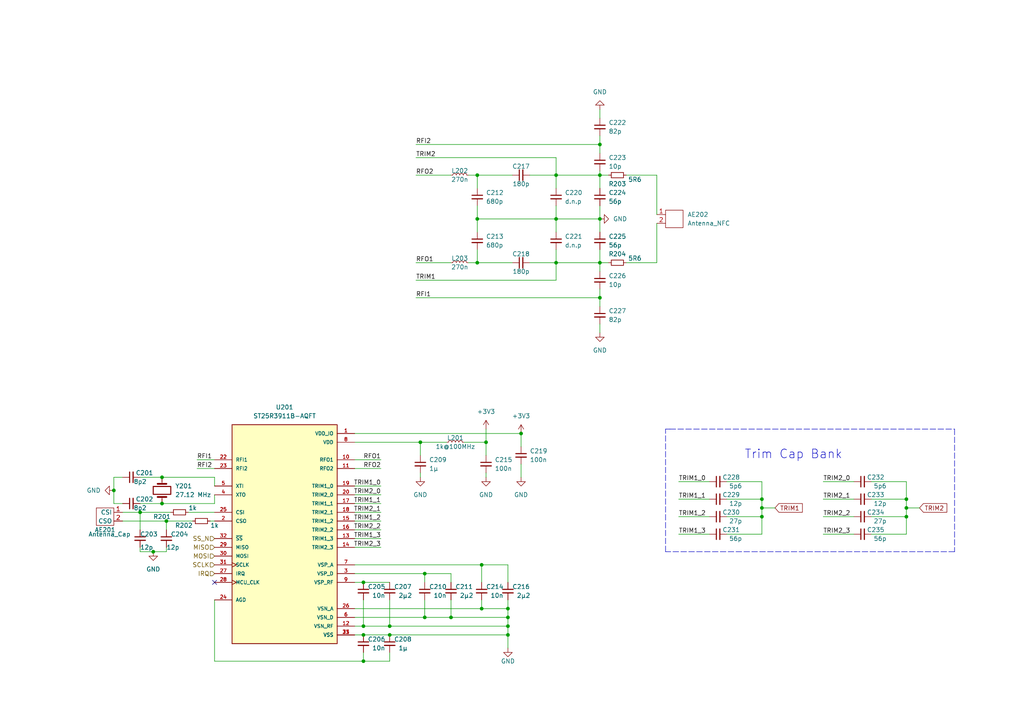
<source format=kicad_sch>
(kicad_sch (version 20211123) (generator eeschema)
  (paper "A4")
  (title_block (title "FabReader2") (date "2022-05-22") (rev "0.1") (company "RLKM UG (haftungsbeschränkt)") (comment 1 "Autoren: Joseph Langosch, Kai Kriegel"))
  (lib_symbols
    (symbol "Antenna_NFC:Antenna_Cap" (in_bom no)
      (property "Reference" "AE" (at 0 0 0))
      (property "Value" "Antenna_Cap" (at 0 2.54 0))
      (symbol "Antenna_Cap_0_1"
        (rectangle (start -1.27 -1.27) (end 3.81 -6.35))
      )
      (symbol "Antenna_Cap_1_1"
        (pin input line (at -3.81 -5.08 0) (length 2.54) (name "CSI") (number "1"))
        (pin input line (at -3.81 -2.54 0) (length 2.54) (name "CSO") (number "2"))
      )
    )
    (symbol "Antenna_NFC:Antenna_NFC" (in_bom no)
      (property "Reference" "AE" (at 0 0 0))
      (property "Value" "Antenna_NFC" (at 0 2.54 0))
      (symbol "Antenna_NFC_0_1"
        (rectangle (start 2.54 -7.62) (end -2.54 -2.54))
      )
      (symbol "Antenna_NFC_1_1"
        (pin input line (at -5.08 -3.81 0) (length 2.54) (name "") (number "1"))
        (pin input line (at -5.08 -6.35 0) (length 2.54) (name "") (number "2"))
      )
    )
    (symbol "Device:C_Small" (pin_numbers hide) (pin_names (offset 0.254) hide)
      (property "Reference" "C" (at 0.254 1.778 0))
      (property "Value" "C_Small" (at 0.254 -2.032 0))
      (symbol "C_Small_0_1"
        (polyline (pts (xy -1.524 -0.508) (xy 1.524 -0.508)) (stroke (width 0.3302)))
        (polyline (pts (xy -1.524 0.508) (xy 1.524 0.508)) (stroke (width 0.3048)))
      )
      (symbol "C_Small_1_1"
        (pin passive line (at 0 2.54 270) (length 2.032) (name "~") (number "1"))
        (pin passive line (at 0 -2.54 90) (length 2.032) (name "~") (number "2"))
      )
    )
    (symbol "Device:Crystal" (pin_numbers hide) (pin_names (offset 1.016) hide)
      (property "Reference" "Y" (at 0 3.81 0))
      (property "Value" "Crystal" (at 0 -3.81 0))
      (symbol "Crystal_0_1"
        (rectangle (start -1.143 2.54) (end 1.143 -2.54) (stroke (width 0.3048)))
        (polyline (pts (xy -2.54 0) (xy -1.905 0)))
        (polyline (pts (xy -1.905 -1.27) (xy -1.905 1.27)) (stroke (width 0.508)))
        (polyline (pts (xy 1.905 -1.27) (xy 1.905 1.27)) (stroke (width 0.508)))
        (polyline (pts (xy 2.54 0) (xy 1.905 0)))
      )
      (symbol "Crystal_1_1"
        (pin passive line (at -3.81 0 0) (length 1.27) (name "1") (number "1"))
        (pin passive line (at 3.81 0 180) (length 1.27) (name "2") (number "2"))
      )
    )
    (symbol "Device:L_Small" (pin_numbers hide) (pin_names (offset 0.254) hide)
      (property "Reference" "L" (at 0.762 1.016 0))
      (property "Value" "L_Small" (at 0.762 -1.016 0))
      (symbol "L_Small_0_1"
        (arc (start 0 -2.032) (mid 0.508 -1.524) (end 0 -1.016))
        (arc (start 0 -1.016) (mid 0.508 -0.508) (end 0 0))
        (arc (start 0 0) (mid 0.508 0.508) (end 0 1.016))
        (arc (start 0 1.016) (mid 0.508 1.524) (end 0 2.032))
      )
      (symbol "L_Small_1_1"
        (pin passive line (at 0 2.54 270) (length 0.508) (name "~") (number "1"))
        (pin passive line (at 0 -2.54 90) (length 0.508) (name "~") (number "2"))
      )
    )
    (symbol "Device:R_Small" (pin_numbers hide) (pin_names (offset 0.254) hide)
      (property "Reference" "R" (at 0.762 0.508 0))
      (property "Value" "R_Small" (at 0.762 -1.016 0))
      (symbol "R_Small_0_1"
        (rectangle (start -0.762 1.778) (end 0.762 -1.778) (stroke (width 0.2032)))
      )
      (symbol "R_Small_1_1"
        (pin passive line (at 0 2.54 270) (length 0.762) (name "~") (number "1"))
        (pin passive line (at 0 -2.54 90) (length 0.762) (name "~") (number "2"))
      )
    )
    (symbol "ST25R3911B-AQFT:ST25R3911B-AQFT" (pin_names (offset 1.016))
      (property "Reference" "U" (at -15.24 31.242 0))
      (property "Value" "ST25R3911B-AQFT" (at -15.24 -35.56 0))
      (symbol "ST25R3911B-AQFT_0_0"
        (rectangle (start -15.24 -33.02) (end 15.24 30.48) (stroke (width 0.254)) (fill (type background)))
        (pin power_in line (at 20.32 27.94 180) (length 5.08) (name "VDD_IO") (number "1"))
        (pin output line (at 20.32 20.32 180) (length 5.08) (name "RFO1") (number "10"))
        (pin output line (at 20.32 17.78 180) (length 5.08) (name "RFO2") (number "11"))
        (pin power_in line (at 20.32 -27.94 180) (length 5.08) (name "VSN_RF") (number "12"))
        (pin bidirectional line (at 20.32 -2.54 180) (length 5.08) (name "TRIM1_3") (number "13"))
        (pin bidirectional line (at 20.32 -5.08 180) (length 5.08) (name "TRIM2_3") (number "14"))
        (pin bidirectional line (at 20.32 2.54 180) (length 5.08) (name "TRIM1_2") (number "15"))
        (pin bidirectional line (at 20.32 0 180) (length 5.08) (name "TRIM2_2") (number "16"))
        (pin bidirectional line (at 20.32 7.62 180) (length 5.08) (name "TRIM1_1") (number "17"))
        (pin bidirectional line (at 20.32 5.08 180) (length 5.08) (name "TRIM2_1") (number "18"))
        (pin bidirectional line (at 20.32 12.7 180) (length 5.08) (name "TRIM1_0") (number "19"))
        (pin output line (at -20.32 2.54 0) (length 5.08) (name "CSO") (number "2"))
        (pin bidirectional line (at 20.32 10.16 180) (length 5.08) (name "TRIM2_0") (number "20"))
        (pin power_in line (at 20.32 -30.48 180) (length 5.08) (name "VSS") (number "21"))
        (pin input line (at -20.32 20.32 0) (length 5.08) (name "RFI1") (number "22"))
        (pin input line (at -20.32 17.78 0) (length 5.08) (name "RFI2") (number "23"))
        (pin bidirectional line (at -20.32 -20.32 0) (length 5.08) (name "AGD") (number "24"))
        (pin input line (at -20.32 5.08 0) (length 5.08) (name "CSI") (number "25"))
        (pin power_in line (at 20.32 -22.86 180) (length 5.08) (name "VSN_A") (number "26"))
        (pin output line (at -20.32 -12.7 0) (length 5.08) (name "IRQ") (number "27"))
        (pin output clock (at -20.32 -15.24 0) (length 5.08) (name "MCU_CLK") (number "28"))
        (pin output line (at -20.32 -5.08 0) (length 5.08) (name "MISO") (number "29"))
        (pin output line (at 20.32 -12.7 180) (length 5.08) (name "VSP_D") (number "3"))
        (pin input line (at -20.32 -7.62 0) (length 5.08) (name "MOSI") (number "30"))
        (pin input clock (at -20.32 -10.16 0) (length 5.08) (name "SCLK") (number "31"))
        (pin input line (at -20.32 -2.54 0) (length 5.08) (name "~{SS}") (number "32"))
        (pin power_in line (at 20.32 -30.48 180) (length 5.08) (name "VSS") (number "33"))
        (pin output line (at -20.32 10.16 0) (length 5.08) (name "XTO") (number "4"))
        (pin input line (at -20.32 12.7 0) (length 5.08) (name "XTI") (number "5"))
        (pin power_in line (at 20.32 -25.4 180) (length 5.08) (name "VSN_D") (number "6"))
        (pin output line (at 20.32 -10.16 180) (length 5.08) (name "VSP_A") (number "7"))
        (pin power_in line (at 20.32 25.4 180) (length 5.08) (name "VDD") (number "8"))
        (pin output line (at 20.32 -15.24 180) (length 5.08) (name "VSP_RF") (number "9"))
      )
    )
    (symbol "power:+3V3" (power) (pin_names (offset 0))
      (property "Value" "+3V3" (at 0 3.556 0))
      (symbol "+3V3_0_1"
        (polyline (pts (xy -0.762 1.27) (xy 0 2.54)))
        (polyline (pts (xy 0 0) (xy 0 2.54)))
        (polyline (pts (xy 0 2.54) (xy 0.762 1.27)))
      )
      (symbol "+3V3_1_1"
        (pin power_in line (at 0 0 90) (length 0) hide (name "+3V3") (number "1"))
      )
    )
    (symbol "power:GND" (power) (pin_names (offset 0))
      (property "Value" "GND" (at 0 -3.81 0))
      (symbol "GND_0_1"
        (polyline (pts (xy 0 0) (xy 0 -1.27) (xy 1.27 -1.27) (xy 0 -2.54) (xy -1.27 -1.27) (xy 0 -1.27)))
      )
      (symbol "GND_1_1"
        (pin power_in line (at 0 0 270) (length 0) hide (name "GND") (number "1"))
      )
    )
  )
  (junction (at 173.99 41.91))
  (junction (at 220.98 149.86))
  (junction (at 48.26 151.13))
  (junction (at 220.98 144.78))
  (junction (at 46.99 146.05))
  (junction (at 123.19 166.37))
  (junction (at 173.99 76.2))
  (junction (at 173.99 63.5))
  (junction (at 161.29 50.8))
  (junction (at 147.32 181.61))
  (junction (at 121.92 128.27))
  (junction (at 147.32 176.53))
  (junction (at 33.02 142.24))
  (junction (at 262.89 149.86))
  (junction (at 220.98 147.32))
  (junction (at 138.43 50.8))
  (junction (at 147.32 179.07))
  (junction (at 105.41 191.77))
  (junction (at 139.7 163.83))
  (junction (at 113.03 184.15))
  (junction (at 151.13 125.73))
  (junction (at 161.29 63.5))
  (junction (at 173.99 50.8))
  (junction (at 138.43 63.5))
  (junction (at 138.43 76.2))
  (junction (at 105.41 181.61))
  (junction (at 105.41 168.91))
  (junction (at 140.97 128.27))
  (junction (at 105.41 184.15))
  (junction (at 139.7 176.53))
  (junction (at 123.19 179.07))
  (junction (at 130.81 179.07))
  (junction (at 161.29 76.2))
  (junction (at 147.32 184.15))
  (junction (at 173.99 86.36))
  (junction (at 113.03 181.61))
  (junction (at 44.45 160.02))
  (junction (at 46.99 138.43))
  (junction (at 40.64 148.59))
  (junction (at 262.89 144.78))
  (junction (at 262.89 147.32))
  (no_connect (at 62.23 168.91))
  (wire (pts (xy 196.85 149.86) (xy 205.74 149.86)))
  (wire (pts (xy 54.61 148.59) (xy 62.23 148.59)))
  (wire (pts (xy 113.03 181.61) (xy 147.32 181.61)))
  (wire (pts (xy 262.89 144.78) (xy 262.89 139.7)))
  (wire (pts (xy 105.41 173.99) (xy 105.41 181.61)))
  (wire (pts (xy 210.82 149.86) (xy 220.98 149.86)))
  (wire (pts (xy 33.02 146.05) (xy 35.56 146.05)))
  (wire (pts (xy 110.49 146.05) (xy 102.87 146.05)))
  (wire (pts (xy 120.65 50.8) (xy 130.81 50.8)))
  (wire (pts (xy 161.29 76.2) (xy 173.99 76.2)))
  (wire (pts (xy 147.32 168.91) (xy 147.32 163.83)))
  (wire (pts (xy 238.76 149.86) (xy 247.65 149.86)))
  (wire (pts (xy 40.64 138.43) (xy 46.99 138.43)))
  (wire (pts (xy 110.49 156.21) (xy 102.87 156.21)))
  (wire (pts (xy 121.92 132.08) (xy 121.92 128.27)))
  (wire (pts (xy 130.81 179.07) (xy 147.32 179.07)))
  (wire (pts (xy 130.81 173.99) (xy 130.81 179.07)))
  (wire (pts (xy 173.99 39.37) (xy 173.99 41.91)))
  (wire (pts (xy 120.65 45.72) (xy 161.29 45.72)))
  (wire (pts (xy 138.43 76.2) (xy 148.59 76.2)))
  (wire (pts (xy 140.97 128.27) (xy 134.62 128.27)))
  (wire (pts (xy 220.98 147.32) (xy 224.79 147.32)))
  (wire (pts (xy 139.7 176.53) (xy 147.32 176.53)))
  (wire (pts (xy 35.56 148.59) (xy 40.64 148.59)))
  (wire (pts (xy 40.64 158.75) (xy 40.64 160.02)))
  (wire (pts (xy 102.87 168.91) (xy 105.41 168.91)))
  (wire (pts (xy 220.98 154.94) (xy 220.98 149.86)))
  (wire (pts (xy 147.32 173.99) (xy 147.32 176.53)))
  (wire (pts (xy 110.49 151.13) (xy 102.87 151.13)))
  (wire (pts (xy 151.13 134.62) (xy 151.13 138.43)))
  (wire (pts (xy 238.76 144.78) (xy 247.65 144.78)))
  (wire (pts (xy 138.43 63.5) (xy 161.29 63.5)))
  (wire (pts (xy 57.15 133.35) (xy 62.23 133.35)))
  (wire (pts (xy 252.73 154.94) (xy 262.89 154.94)))
  (wire (pts (xy 135.89 76.2) (xy 138.43 76.2)))
  (wire (pts (xy 33.02 138.43) (xy 35.56 138.43)))
  (wire (pts (xy 190.5 50.8) (xy 181.61 50.8)))
  (wire (pts (xy 153.67 50.8) (xy 161.29 50.8)))
  (wire (pts (xy 147.32 181.61) (xy 147.32 184.15)))
  (wire (pts (xy 140.97 132.08) (xy 140.97 128.27)))
  (wire (pts (xy 196.85 139.7) (xy 205.74 139.7)))
  (wire (pts (xy 151.13 129.54) (xy 151.13 125.73)))
  (wire (pts (xy 113.03 184.15) (xy 147.32 184.15)))
  (wire (pts (xy 138.43 50.8) (xy 138.43 54.61)))
  (wire (pts (xy 130.81 166.37) (xy 123.19 166.37)))
  (wire (pts (xy 161.29 50.8) (xy 161.29 54.61)))
  (wire (pts (xy 173.99 72.39) (xy 173.99 76.2)))
  (wire (pts (xy 190.5 64.77) (xy 190.5 76.2)))
  (wire (pts (xy 173.99 59.69) (xy 173.99 63.5)))
  (wire (pts (xy 123.19 179.07) (xy 130.81 179.07)))
  (wire (pts (xy 161.29 63.5) (xy 161.29 67.31)))
  (wire (pts (xy 113.03 191.77) (xy 105.41 191.77)))
  (wire (pts (xy 46.99 146.05) (xy 62.23 146.05)))
  (wire (pts (xy 262.89 154.94) (xy 262.89 149.86)))
  (wire (pts (xy 140.97 124.46) (xy 140.97 128.27)))
  (wire (pts (xy 48.26 151.13) (xy 55.88 151.13)))
  (wire (pts (xy 173.99 63.5) (xy 173.99 67.31)))
  (wire (pts (xy 102.87 179.07) (xy 123.19 179.07)))
  (wire (pts (xy 110.49 158.75) (xy 102.87 158.75)))
  (wire (pts (xy 130.81 168.91) (xy 130.81 166.37)))
  (wire (pts (xy 40.64 160.02) (xy 44.45 160.02)))
  (wire (pts (xy 173.99 50.8) (xy 173.99 49.53)))
  (wire (pts (xy 238.76 154.94) (xy 247.65 154.94)))
  (wire (pts (xy 140.97 137.16) (xy 140.97 138.43)))
  (wire (pts (xy 262.89 149.86) (xy 262.89 147.32)))
  (wire (pts (xy 102.87 176.53) (xy 139.7 176.53)))
  (wire (pts (xy 252.73 149.86) (xy 262.89 149.86)))
  (polyline (pts (xy 194.31 124.46) (xy 276.86 124.46)))
  (wire (pts (xy 173.99 50.8) (xy 173.99 54.61)))
  (polyline (pts (xy 276.86 160.02) (xy 193.04 160.02)))
  (polyline (pts (xy 276.86 124.46) (xy 276.86 160.02)))
  (wire (pts (xy 113.03 189.23) (xy 113.03 191.77)))
  (wire (pts (xy 262.89 139.7) (xy 252.73 139.7)))
  (wire (pts (xy 60.96 151.13) (xy 62.23 151.13)))
  (wire (pts (xy 176.53 76.2) (xy 173.99 76.2)))
  (wire (pts (xy 196.85 154.94) (xy 205.74 154.94)))
  (wire (pts (xy 173.99 86.36) (xy 173.99 88.9)))
  (wire (pts (xy 120.65 81.28) (xy 161.29 81.28)))
  (wire (pts (xy 102.87 184.15) (xy 105.41 184.15)))
  (wire (pts (xy 161.29 59.69) (xy 161.29 63.5)))
  (wire (pts (xy 105.41 181.61) (xy 113.03 181.61)))
  (wire (pts (xy 110.49 140.97) (xy 102.87 140.97)))
  (wire (pts (xy 161.29 76.2) (xy 161.29 81.28)))
  (wire (pts (xy 173.99 93.98) (xy 173.99 96.52)))
  (wire (pts (xy 238.76 139.7) (xy 247.65 139.7)))
  (wire (pts (xy 120.65 76.2) (xy 130.81 76.2)))
  (wire (pts (xy 62.23 191.77) (xy 62.23 173.99)))
  (wire (pts (xy 113.03 173.99) (xy 113.03 181.61)))
  (wire (pts (xy 40.64 148.59) (xy 40.64 153.67)))
  (wire (pts (xy 110.49 153.67) (xy 102.87 153.67)))
  (wire (pts (xy 220.98 149.86) (xy 220.98 147.32)))
  (wire (pts (xy 123.19 173.99) (xy 123.19 179.07)))
  (polyline (pts (xy 193.04 160.02) (xy 193.04 124.46)))
  (wire (pts (xy 62.23 146.05) (xy 62.23 143.51)))
  (wire (pts (xy 57.15 135.89) (xy 62.23 135.89)))
  (wire (pts (xy 102.87 133.35) (xy 110.49 133.35)))
  (wire (pts (xy 138.43 50.8) (xy 148.59 50.8)))
  (wire (pts (xy 262.89 147.32) (xy 262.89 144.78)))
  (wire (pts (xy 105.41 191.77) (xy 62.23 191.77)))
  (wire (pts (xy 33.02 142.24) (xy 33.02 146.05)))
  (wire (pts (xy 35.56 151.13) (xy 48.26 151.13)))
  (wire (pts (xy 102.87 181.61) (xy 105.41 181.61)))
  (wire (pts (xy 44.45 160.02) (xy 48.26 160.02)))
  (wire (pts (xy 210.82 144.78) (xy 220.98 144.78)))
  (wire (pts (xy 252.73 144.78) (xy 262.89 144.78)))
  (wire (pts (xy 173.99 41.91) (xy 173.99 44.45)))
  (wire (pts (xy 40.64 148.59) (xy 49.53 148.59)))
  (wire (pts (xy 153.67 76.2) (xy 161.29 76.2)))
  (wire (pts (xy 139.7 163.83) (xy 139.7 168.91)))
  (wire (pts (xy 161.29 72.39) (xy 161.29 76.2)))
  (wire (pts (xy 181.61 76.2) (xy 190.5 76.2)))
  (wire (pts (xy 135.89 50.8) (xy 138.43 50.8)))
  (wire (pts (xy 46.99 138.43) (xy 62.23 138.43)))
  (wire (pts (xy 105.41 189.23) (xy 105.41 191.77)))
  (wire (pts (xy 110.49 148.59) (xy 102.87 148.59)))
  (wire (pts (xy 105.41 184.15) (xy 113.03 184.15)))
  (wire (pts (xy 62.23 140.97) (xy 62.23 138.43)))
  (wire (pts (xy 33.02 138.43) (xy 33.02 142.24)))
  (wire (pts (xy 210.82 154.94) (xy 220.98 154.94)))
  (wire (pts (xy 196.85 144.78) (xy 205.74 144.78)))
  (wire (pts (xy 161.29 50.8) (xy 161.29 45.72)))
  (wire (pts (xy 147.32 163.83) (xy 139.7 163.83)))
  (wire (pts (xy 139.7 173.99) (xy 139.7 176.53)))
  (wire (pts (xy 120.65 41.91) (xy 173.99 41.91)))
  (wire (pts (xy 121.92 137.16) (xy 121.92 138.43)))
  (wire (pts (xy 161.29 50.8) (xy 173.99 50.8)))
  (wire (pts (xy 102.87 128.27) (xy 121.92 128.27)))
  (wire (pts (xy 102.87 166.37) (xy 123.19 166.37)))
  (wire (pts (xy 147.32 176.53) (xy 147.32 179.07)))
  (wire (pts (xy 173.99 31.75) (xy 173.99 34.29)))
  (wire (pts (xy 102.87 163.83) (xy 139.7 163.83)))
  (wire (pts (xy 220.98 139.7) (xy 210.82 139.7)))
  (wire (pts (xy 173.99 76.2) (xy 173.99 78.74)))
  (wire (pts (xy 110.49 143.51) (xy 102.87 143.51)))
  (wire (pts (xy 220.98 147.32) (xy 220.98 144.78)))
  (wire (pts (xy 102.87 135.89) (xy 110.49 135.89)))
  (wire (pts (xy 138.43 63.5) (xy 138.43 67.31)))
  (wire (pts (xy 121.92 128.27) (xy 129.54 128.27)))
  (wire (pts (xy 190.5 50.8) (xy 190.5 62.23)))
  (wire (pts (xy 138.43 72.39) (xy 138.43 76.2)))
  (wire (pts (xy 147.32 184.15) (xy 147.32 187.96)))
  (wire (pts (xy 176.53 50.8) (xy 173.99 50.8)))
  (wire (pts (xy 105.41 168.91) (xy 113.03 168.91)))
  (wire (pts (xy 120.65 86.36) (xy 173.99 86.36)))
  (wire (pts (xy 220.98 144.78) (xy 220.98 139.7)))
  (wire (pts (xy 123.19 168.91) (xy 123.19 166.37)))
  (wire (pts (xy 173.99 83.82) (xy 173.99 86.36)))
  (wire (pts (xy 48.26 160.02) (xy 48.26 158.75)))
  (wire (pts (xy 147.32 179.07) (xy 147.32 181.61)))
  (wire (pts (xy 40.64 146.05) (xy 46.99 146.05)))
  (polyline (pts (xy 193.04 124.46) (xy 194.31 124.46)))
  (wire (pts (xy 262.89 147.32) (xy 266.7 147.32)))
  (wire (pts (xy 138.43 59.69) (xy 138.43 63.5)))
  (wire (pts (xy 48.26 153.67) (xy 48.26 151.13)))
  (wire (pts (xy 102.87 125.73) (xy 151.13 125.73)))
  (wire (pts (xy 161.29 63.5) (xy 173.99 63.5)))
  (text "Trim Cap Bank\n" (at 215.9 133.35 0) (effects (font (size 2.54 2.54)) (justify left bottom)))
  (label "TRIM1_2" (at 110.49 151.13 180))
  (label "RFO1" (at 110.49 133.35 180))
  (label "TRIM1_3" (at 196.85 154.94 0))
  (label "TRIM2_0" (at 238.76 139.7 0))
  (label "TRIM2" (at 120.65 45.72 0))
  (label "RFI1" (at 120.65 86.36 0))
  (label "TRIM2_1" (at 110.49 148.59 180))
  (label "TRIM2_3" (at 110.49 158.75 180))
  (label "TRIM1_0" (at 110.49 140.97 180))
  (label "TRIM2_3" (at 238.76 154.94 0))
  (label "TRIM1_1" (at 110.49 146.05 180))
  (label "TRIM1_0" (at 196.85 139.7 0))
  (label "RFI2" (at 120.65 41.91 0))
  (label "RFI2" (at 57.15 135.89 0))
  (label "TRIM2_0" (at 110.49 143.51 180))
  (label "TRIM1_3" (at 110.49 156.21 180))
  (label "TRIM1_1" (at 196.85 144.78 0))
  (label "RFO2" (at 120.65 50.8 0))
  (label "TRIM2_1" (at 238.76 144.78 0))
  (label "TRIM1_2" (at 196.85 149.86 0))
  (label "TRIM2_2" (at 110.49 153.67 180))
  (label "RFO2" (at 110.49 135.89 180))
  (label "RFI1" (at 57.15 133.35 0))
  (label "TRIM1" (at 120.65 81.28 0))
  (label "RFO1" (at 120.65 76.2 0))
  (label "TRIM2_2" (at 238.76 149.86 0))
  (global_label "TRIM2" (shape input) (at 266.7 147.32 0) (property "Intersheet References" "${INTERSHEET_REFS}" (effects hide)))
  (global_label "TRIM1" (shape input) (at 224.79 147.32 0) (property "Intersheet References" "${INTERSHEET_REFS}" (effects hide)))
  (hierarchical_label "SCLK" (shape input) (at 62.23 163.83 180))
  (hierarchical_label "IRQ" (shape input) (at 62.23 166.37 180))
  (hierarchical_label "MOSI" (shape input) (at 62.23 161.29 180))
  (hierarchical_label "SS_N" (shape input) (at 62.23 156.21 180))
  (hierarchical_label "MISO" (shape input) (at 62.23 158.75 180))
  (symbol (lib_id "Device:C_Small") (at 173.99 46.99 0) (unit 1)
    (property "Reference" "C223" (at 176.53 45.7262 0) (effects (justify left)))
    (property "Value" "10p" (at 176.53 48.2662 0) (effects (justify left)))
    (property "Footprint" "Capacitor_SMD:C_0603_1608Metric" (effects hide))
  )
  (symbol (lib_id "Device:C_Small") (at 38.1 138.43 90) (unit 1)
    (property "Reference" "C201" (at 41.91 137.16 90))
    (property "Value" "8p2" (at 40.64 139.7 90))
    (property "Footprint" "Capacitor_SMD:C_0402_1005Metric" (effects hide))
  )
  (symbol (lib_id "power:GND") (at 173.99 63.5 90) (unit 1)
    (property "Reference" "#PWR0210" (effects hide))
    (property "Value" "GND" (at 177.8 63.4999 90) (effects (justify right)))
  )
  (symbol (lib_id "Device:C_Small") (at 139.7 171.45 0) (unit 1)
    (property "Reference" "C214" (at 140.97 170.18 0) (effects (justify left)))
    (property "Value" "10n" (at 142.24 172.7262 0) (effects (justify left)))
    (property "Footprint" "Capacitor_SMD:C_0402_1005Metric" (effects hide))
    (property "Type" "X7R" (effects hide))
  )
  (symbol (lib_id "Device:C_Small") (at 123.19 171.45 0) (unit 1)
    (property "Reference" "C210" (at 124.46 170.18 0) (effects (justify left)))
    (property "Value" "10n" (at 125.73 172.7262 0) (effects (justify left)))
    (property "Footprint" "Capacitor_SMD:C_0402_1005Metric" (effects hide))
    (property "Type" "X7R" (effects hide))
  )
  (symbol (lib_id "power:GND") (at 44.45 160.02 0) (unit 1)
    (property "Reference" "#PWR0202" (effects hide))
    (property "Value" "GND" (at 44.45 165.1 0))
  )
  (symbol (lib_id "Device:C_Small") (at 151.13 50.8 90) (unit 1)
    (property "Reference" "C217" (at 151.13 48.26 90))
    (property "Value" "180p" (at 151.13 53.34 90))
    (property "Footprint" "Capacitor_SMD:C_0603_1608Metric" (effects hide))
  )
  (symbol (lib_id "Device:C_Small") (at 147.32 171.45 0) (unit 1)
    (property "Reference" "C216" (at 148.59 170.18 0) (effects (justify left)))
    (property "Value" "2µ2" (at 149.86 172.7262 0) (effects (justify left)))
    (property "Footprint" "Capacitor_SMD:C_0402_1005Metric" (effects hide))
    (property "Type" "X5R" (effects hide))
  )
  (symbol (lib_id "Device:C_Small") (at 138.43 57.15 0) (unit 1)
    (property "Reference" "C212" (at 140.97 55.8862 0) (effects (justify left)))
    (property "Value" "680p" (at 140.97 58.4262 0) (effects (justify left)))
    (property "Footprint" "Capacitor_SMD:C_0603_1608Metric" (effects hide))
  )
  (symbol (lib_id "Device:C_Small") (at 121.92 134.62 0) (unit 1)
    (property "Reference" "C209" (at 124.46 133.3562 0) (effects (justify left)))
    (property "Value" "1µ" (at 124.46 135.8962 0) (effects (justify left)))
    (property "Footprint" "Capacitor_SMD:C_0402_1005Metric" (effects hide))
    (property "Type" "X5R" (effects hide))
  )
  (symbol (lib_id "Device:C_Small") (at 151.13 76.2 90) (unit 1)
    (property "Reference" "C218" (at 151.13 73.66 90))
    (property "Value" "180p" (at 151.13 78.74 90))
    (property "Footprint" "Capacitor_SMD:C_0603_1608Metric" (effects hide))
  )
  (symbol (lib_id "power:GND") (at 151.13 138.43 0) (unit 1)
    (property "Reference" "#PWR0208" (effects hide))
    (property "Value" "GND" (at 151.13 143.51 0))
  )
  (symbol (lib_id "Device:C_Small") (at 113.03 186.69 0) (unit 1)
    (property "Reference" "C208" (at 114.3 185.42 0) (effects (justify left)))
    (property "Value" "1µ" (at 115.57 187.9662 0) (effects (justify left)))
    (property "Footprint" "Capacitor_SMD:C_0402_1005Metric" (effects hide))
    (property "Type" "X5R" (effects hide))
  )
  (symbol (lib_id "Device:C_Small") (at 105.41 186.69 0) (unit 1)
    (property "Reference" "C206" (at 106.68 185.42 0) (effects (justify left)))
    (property "Value" "10n" (at 107.95 187.9662 0) (effects (justify left)))
    (property "Footprint" "Capacitor_SMD:C_0402_1005Metric" (effects hide))
    (property "Type" "X7R" (effects hide))
  )
  (symbol (lib_id "Device:R_Small") (at 179.07 50.8 90) (unit 1)
    (property "Reference" "R203" (at 179.07 53.34 90))
    (property "Value" "5R6" (at 184.15 52.07 90))
    (property "Footprint" "Resistor_SMD:R_0603_1608Metric" (effects hide))
  )
  (symbol (lib_id "Device:C_Small") (at 208.28 144.78 90) (unit 1)
    (property "Reference" "C229" (at 212.09 143.51 90))
    (property "Value" "12p" (at 213.36 146.05 90))
    (property "Footprint" "Capacitor_SMD:C_0402_1005Metric" (effects hide))
  )
  (symbol (lib_id "Device:C_Small") (at 138.43 69.85 0) (unit 1)
    (property "Reference" "C213" (at 140.97 68.5862 0) (effects (justify left)))
    (property "Value" "680p" (at 140.97 71.1262 0) (effects (justify left)))
    (property "Footprint" "Capacitor_SMD:C_0603_1608Metric" (effects hide))
  )
  (symbol (lib_id "power:GND") (at 33.02 142.24 270) (unit 1)
    (property "Reference" "#PWR0201" (effects hide))
    (property "Value" "GND" (at 29.21 142.2399 90) (effects (justify right)))
  )
  (symbol (lib_id "Device:C_Small") (at 140.97 134.62 0) (unit 1)
    (property "Reference" "C215" (at 143.51 133.3562 0) (effects (justify left)))
    (property "Value" "100n" (at 143.51 135.8962 0) (effects (justify left)))
    (property "Footprint" "Capacitor_SMD:C_0402_1005Metric" (effects hide))
    (property "Type" "X7R" (effects hide))
  )
  (symbol (lib_id "power:GND") (at 173.99 96.52 0) (unit 1)
    (property "Reference" "#PWR0211" (effects hide))
    (property "Value" "GND" (at 173.99 101.6 0))
  )
  (symbol (lib_id "Device:C_Small") (at 151.13 132.08 0) (unit 1)
    (property "Reference" "C219" (at 153.67 130.8162 0) (effects (justify left)))
    (property "Value" "100n" (at 153.67 133.3562 0) (effects (justify left)))
    (property "Footprint" "Capacitor_SMD:C_0402_1005Metric" (effects hide))
    (property "Type" "X7R" (effects hide))
  )
  (symbol (lib_id "Device:C_Small") (at 208.28 154.94 90) (unit 1)
    (property "Reference" "C231" (at 212.09 153.67 90))
    (property "Value" "56p" (at 213.36 156.21 90))
    (property "Footprint" "Capacitor_SMD:C_0402_1005Metric" (effects hide))
  )
  (symbol (lib_id "Device:C_Small") (at 113.03 171.45 0) (unit 1)
    (property "Reference" "C207" (at 114.3 170.18 0) (effects (justify left)))
    (property "Value" "2µ2" (at 115.57 172.7262 0) (effects (justify left)))
    (property "Footprint" "Capacitor_SMD:C_0402_1005Metric" (effects hide))
    (property "Type" "X5R" (effects hide))
  )
  (symbol (lib_id "Device:C_Small") (at 38.1 146.05 90) (unit 1)
    (property "Reference" "C202" (at 41.91 144.78 90))
    (property "Value" "8p2" (at 40.64 147.32 90))
    (property "Footprint" "Capacitor_SMD:C_0402_1005Metric" (effects hide))
  )
  (symbol (lib_id "Device:L_Small") (at 133.35 76.2 90) (unit 1)
    (property "Reference" "L203" (at 133.35 74.93 90))
    (property "Value" "270n" (at 133.35 77.47 90))
    (property "Footprint" "Inductor_SMD:L_0603_1608Metric" (effects hide))
  )
  (symbol (lib_id "power:+3V3") (at 140.97 124.46 0) (unit 1)
    (property "Reference" "#PWR0204" (effects hide))
    (property "Value" "+3V3" (at 140.97 119.38 0))
  )
  (symbol (lib_id "Device:L_Small") (at 133.35 50.8 90) (unit 1)
    (property "Reference" "L202" (at 133.35 49.53 90))
    (property "Value" "270n" (at 133.35 52.07 90))
    (property "Footprint" "Inductor_SMD:L_0603_1608Metric" (effects hide))
  )
  (symbol (lib_id "Device:C_Small") (at 173.99 91.44 0) (unit 1)
    (property "Reference" "C227" (at 176.53 90.1762 0) (effects (justify left)))
    (property "Value" "82p" (at 176.53 92.7162 0) (effects (justify left)))
    (property "Footprint" "Capacitor_SMD:C_0603_1608Metric" (effects hide))
  )
  (symbol (lib_id "Device:C_Small") (at 130.81 171.45 0) (unit 1)
    (property "Reference" "C211" (at 132.08 170.18 0) (effects (justify left)))
    (property "Value" "2µ2" (at 133.35 172.7262 0) (effects (justify left)))
    (property "Footprint" "Capacitor_SMD:C_0402_1005Metric" (effects hide))
    (property "Type" "X5R" (effects hide))
  )
  (symbol (lib_id "Device:C_Small") (at 250.19 144.78 90) (unit 1)
    (property "Reference" "C233" (at 254 143.51 90))
    (property "Value" "12p" (at 255.27 146.05 90))
    (property "Footprint" "Capacitor_SMD:C_0402_1005Metric" (effects hide))
  )
  (symbol (lib_id "Antenna_NFC:Antenna_NFC") (at 195.58 58.42 0) (unit 1) (in_bom no)
    (property "Reference" "AE202" (at 199.39 62.2299 0) (effects (justify left)))
    (property "Value" "Antenna_NFC" (at 199.39 64.7699 0) (effects (justify left)))
    (property "Footprint" "Antenna:Antenna_NFC" (effects hide))
  )
  (symbol (lib_id "Device:C_Small") (at 250.19 149.86 90) (unit 1)
    (property "Reference" "C234" (at 254 148.59 90))
    (property "Value" "27p" (at 255.27 151.13 90))
    (property "Footprint" "Capacitor_SMD:C_0402_1005Metric" (effects hide))
  )
  (symbol (lib_id "Device:L_Small") (at 132.08 128.27 90) (unit 1)
    (property "Reference" "L201" (at 132.08 127 90))
    (property "Value" "1k@100MHz" (at 132.08 129.54 90))
    (property "Footprint" "Inductor_SMD:L_0603_1608Metric" (effects hide))
  )
  (symbol (lib_id "power:GND") (at 121.92 138.43 0) (unit 1)
    (property "Reference" "#PWR0203" (effects hide))
    (property "Value" "GND" (at 121.92 143.51 0))
  )
  (symbol (lib_id "Device:C_Small") (at 173.99 57.15 0) (unit 1)
    (property "Reference" "C224" (at 176.53 55.8862 0) (effects (justify left)))
    (property "Value" "56p" (at 176.53 58.4262 0) (effects (justify left)))
    (property "Footprint" "Capacitor_SMD:C_0603_1608Metric" (effects hide))
  )
  (symbol (lib_id "power:GND") (at 147.32 187.96 0) (unit 1)
    (property "Reference" "#PWR0206" (effects hide))
    (property "Value" "GND" (at 147.32 191.77 0))
  )
  (symbol (lib_id "Device:C_Small") (at 161.29 57.15 0) (unit 1)
    (property "Reference" "C220" (at 163.83 55.8862 0) (effects (justify left)))
    (property "Value" "d.n.p" (at 163.83 58.4262 0) (effects (justify left)))
    (property "Footprint" "Capacitor_SMD:C_0603_1608Metric" (effects hide))
  )
  (symbol (lib_id "Device:C_Small") (at 40.64 156.21 0) (unit 1)
    (property "Reference" "C203" (at 40.64 154.94 0) (effects (justify left)))
    (property "Value" "12p" (at 40.64 158.75 0) (effects (justify left)))
    (property "Footprint" "Capacitor_SMD:C_0402_1005Metric" (effects hide))
  )
  (symbol (lib_id "Device:C_Small") (at 250.19 154.94 90) (unit 1)
    (property "Reference" "C235" (at 254 153.67 90))
    (property "Value" "56p" (at 255.27 156.21 90))
    (property "Footprint" "Capacitor_SMD:C_0402_1005Metric" (effects hide))
  )
  (symbol (lib_id "Antenna_NFC:Antenna_Cap") (at 31.75 153.67 180) (unit 1) (in_bom no)
    (property "Reference" "AE201" (at 30.48 153.67 0))
    (property "Value" "Antenna_Cap" (at 31.75 154.94 0))
    (property "Footprint" "Antenna:Antenna_Cap" (effects hide))
  )
  (symbol (lib_id "power:GND") (at 140.97 138.43 0) (unit 1)
    (property "Reference" "#PWR0205" (effects hide))
    (property "Value" "GND" (at 140.97 143.51 0))
  )
  (symbol (lib_id "Device:C_Small") (at 250.19 139.7 90) (unit 1)
    (property "Reference" "C232" (at 254 138.43 90))
    (property "Value" "5p6" (at 255.27 140.97 90))
    (property "Footprint" "Capacitor_SMD:C_0402_1005Metric" (effects hide))
  )
  (symbol (lib_id "Device:Crystal") (at 46.99 142.24 90) (unit 1)
    (property "Reference" "Y201" (at 50.8 140.9699 90) (effects (justify right)))
    (property "Value" "27.12 MHz" (at 50.8 143.5099 90) (effects (justify right)))
    (property "Footprint" "footprints:XRCGB27M120F3M00R0" (effects hide))
  )
  (symbol (lib_id "Device:C_Small") (at 173.99 69.85 0) (unit 1)
    (property "Reference" "C225" (at 176.53 68.5862 0) (effects (justify left)))
    (property "Value" "56p" (at 176.53 71.12 0) (effects (justify left)))
    (property "Footprint" "Capacitor_SMD:C_0603_1608Metric" (effects hide))
  )
  (symbol (lib_id "Device:R_Small") (at 179.07 76.2 90) (unit 1)
    (property "Reference" "R204" (at 179.07 73.66 90))
    (property "Value" "5R6" (at 184.15 74.93 90))
    (property "Footprint" "Resistor_SMD:R_0603_1608Metric" (effects hide))
  )
  (symbol (lib_id "Device:C_Small") (at 161.29 69.85 0) (unit 1)
    (property "Reference" "C221" (at 163.83 68.5862 0) (effects (justify left)))
    (property "Value" "d.n.p" (at 163.83 71.1262 0) (effects (justify left)))
    (property "Footprint" "Capacitor_SMD:C_0603_1608Metric" (effects hide))
  )
  (symbol (lib_id "Device:C_Small") (at 208.28 139.7 90) (unit 1)
    (property "Reference" "C228" (at 212.09 138.43 90))
    (property "Value" "5p6" (at 213.36 140.97 90))
    (property "Footprint" "Capacitor_SMD:C_0402_1005Metric" (effects hide))
  )
  (symbol (lib_id "Device:C_Small") (at 208.28 149.86 90) (unit 1)
    (property "Reference" "C230" (at 212.09 148.59 90))
    (property "Value" "27p" (at 213.36 151.13 90))
    (property "Footprint" "Capacitor_SMD:C_0402_1005Metric" (effects hide))
  )
  (symbol (lib_id "Device:C_Small") (at 48.26 156.21 0) (unit 1)
    (property "Reference" "C204" (at 49.53 154.94 0) (effects (justify left)))
    (property "Value" "12p" (at 48.26 158.75 0) (effects (justify left)))
    (property "Footprint" "Capacitor_SMD:C_0402_1005Metric" (effects hide))
  )
  (symbol (lib_id "Device:C_Small") (at 173.99 36.83 0) (unit 1)
    (property "Reference" "C222" (at 176.53 35.5662 0) (effects (justify left)))
    (property "Value" "82p" (at 176.53 38.1062 0) (effects (justify left)))
    (property "Footprint" "Capacitor_SMD:C_0603_1608Metric" (effects hide))
  )
  (symbol (lib_id "ST25R3911B-AQFT:ST25R3911B-AQFT") (at 82.55 153.67 0) (unit 1)
    (property "Reference" "U201" (at 82.55 118.11 0))
    (property "Value" "ST25R3911B-AQFT" (at 82.55 120.65 0))
    (property "Footprint" "ST25R3911B-AQFT:QFN50P500X500X100-33N" (effects hide))
    (property "E_MAX" "5.0" (effects hide))
    (property "B_MIN" "0.18" (effects hide))
    (property "E_MIN" "5.0" (effects hide))
    (property "L_MIN" "0.3" (effects hide))
    (property "PARTREV" "6" (effects hide))
    (property "B_MAX" "0.3" (effects hide))
    (property "MANUFACTURER" "ST Microelectronics" (effects hide))
    (property "D_MAX" "5.0" (effects hide))
    (property "PIN_COUNT_D" "8.0" (effects hide))
    (property "L_NOM" "0.4" (effects hide))
    (property "E2_NOM" "3.5" (effects hide))
    (property "STANDARD" "IPC 7351B" (effects hide))
    (property "D2_NOM" "3.5" (effects hide))
    (property "L_MAX" "0.5" (effects hide))
    (property "D_NOM" "5.0" (effects hide))
    (property "ENOM" "0.5" (effects hide))
    (property "PIN_COUNT_E" "8.0" (effects hide))
    (property "D_MIN" "5.0" (effects hide))
    (property "E_NOM" "5.0" (effects hide))
    (property "A_MAX" "1.0" (effects hide))
    (property "B_NOM" "0.24" (effects hide))
  )
  (symbol (lib_id "Device:C_Small") (at 105.41 171.45 0) (unit 1)
    (property "Reference" "C205" (at 106.68 170.18 0) (effects (justify left)))
    (property "Value" "10n" (at 107.95 172.72 0) (effects (justify left)))
    (property "Footprint" "Capacitor_SMD:C_0402_1005Metric" (effects hide))
    (property "Type" "X7R" (effects hide))
  )
  (symbol (lib_id "power:+3V3") (at 151.13 125.73 0) (unit 1)
    (property "Reference" "#PWR0207" (effects hide))
    (property "Value" "+3V3" (at 151.13 120.65 0))
  )
  (symbol (lib_id "power:GND") (at 173.99 31.75 180) (unit 1)
    (property "Reference" "#PWR0209" (effects hide))
    (property "Value" "GND" (at 173.99 26.67 0))
  )
  (symbol (lib_id "Device:R_Small") (at 58.42 151.13 90) (unit 1)
    (property "Reference" "R202" (at 53.34 152.4 90))
    (property "Value" "1k" (at 62.23 152.4 90))
    (property "Footprint" "Resistor_SMD:R_0402_1005Metric" (effects hide))
  )
  (symbol (lib_id "Device:C_Small") (at 173.99 81.28 0) (unit 1)
    (property "Reference" "C226" (at 176.53 80.0162 0) (effects (justify left)))
    (property "Value" "10p" (at 176.53 82.5562 0) (effects (justify left)))
    (property "Footprint" "Capacitor_SMD:C_0603_1608Metric" (effects hide))
  )
  (symbol (lib_id "Device:R_Small") (at 52.07 148.59 90) (unit 1)
    (property "Reference" "R201" (at 46.99 149.86 90))
    (property "Value" "1k" (at 55.88 147.32 90))
    (property "Footprint" "Resistor_SMD:R_0402_1005Metric" (effects hide))
  )
)
</source>
